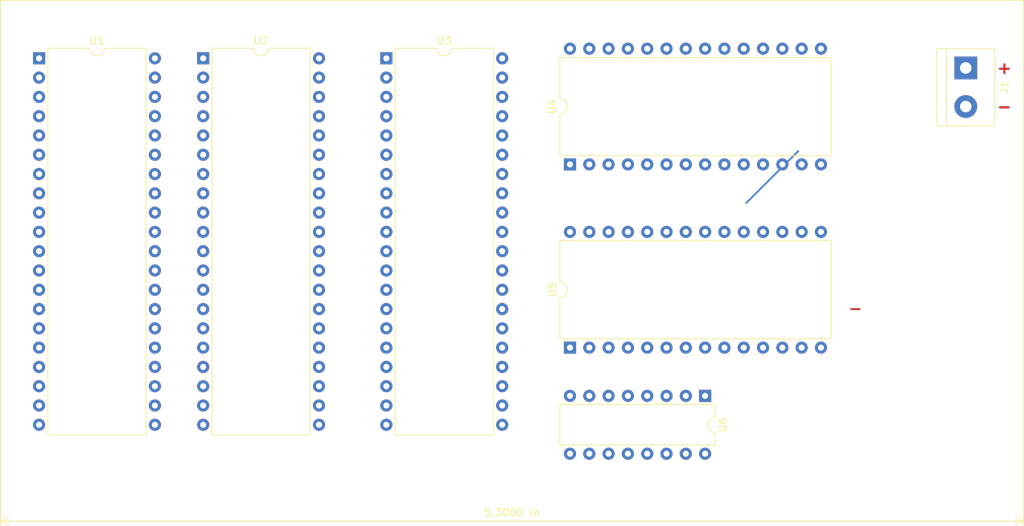
<source format=kicad_pcb>
(kicad_pcb (version 20171130) (host pcbnew 5.1.5-52549c5~84~ubuntu19.10.1)

  (general
    (thickness 1.6)
    (drawings 8)
    (tracks 2)
    (zones 0)
    (modules 7)
    (nets 27)
  )

  (page A4)
  (layers
    (0 F.Cu signal)
    (31 B.Cu signal)
    (32 B.Adhes user)
    (33 F.Adhes user)
    (34 B.Paste user)
    (35 F.Paste user)
    (36 B.SilkS user)
    (37 F.SilkS user)
    (38 B.Mask user)
    (39 F.Mask user)
    (40 Dwgs.User user)
    (41 Cmts.User user)
    (42 Eco1.User user)
    (43 Eco2.User user)
    (44 Edge.Cuts user)
    (45 Margin user)
    (46 B.CrtYd user)
    (47 F.CrtYd user)
    (48 B.Fab user)
    (49 F.Fab user)
  )

  (setup
    (last_trace_width 0.25)
    (trace_clearance 0.2)
    (zone_clearance 0.508)
    (zone_45_only no)
    (trace_min 0.2)
    (via_size 0.8)
    (via_drill 0.4)
    (via_min_size 0.4)
    (via_min_drill 0.3)
    (uvia_size 0.3)
    (uvia_drill 0.1)
    (uvias_allowed no)
    (uvia_min_size 0.2)
    (uvia_min_drill 0.1)
    (edge_width 0.05)
    (segment_width 0.2)
    (pcb_text_width 0.3)
    (pcb_text_size 1.5 1.5)
    (mod_edge_width 0.12)
    (mod_text_size 1 1)
    (mod_text_width 0.15)
    (pad_size 1.524 1.524)
    (pad_drill 0.762)
    (pad_to_mask_clearance 0.051)
    (solder_mask_min_width 0.25)
    (aux_axis_origin 0 0)
    (visible_elements FFFFFF7F)
    (pcbplotparams
      (layerselection 0x010fc_ffffffff)
      (usegerberextensions false)
      (usegerberattributes false)
      (usegerberadvancedattributes false)
      (creategerberjobfile false)
      (excludeedgelayer true)
      (linewidth 0.100000)
      (plotframeref false)
      (viasonmask false)
      (mode 1)
      (useauxorigin false)
      (hpglpennumber 1)
      (hpglpenspeed 20)
      (hpglpendiameter 15.000000)
      (psnegative false)
      (psa4output false)
      (plotreference true)
      (plotvalue true)
      (plotinvisibletext false)
      (padsonsilk false)
      (subtractmaskfromsilk false)
      (outputformat 1)
      (mirror false)
      (drillshape 1)
      (scaleselection 1)
      (outputdirectory ""))
  )

  (net 0 "")
  (net 1 /D0)
  (net 2 /D1)
  (net 3 /D2)
  (net 4 /D3)
  (net 5 /D4)
  (net 6 /D5)
  (net 7 /D6)
  (net 8 /D7)
  (net 9 /A12)
  (net 10 /A11)
  (net 11 /A10)
  (net 12 /A9)
  (net 13 /A8)
  (net 14 /A7)
  (net 15 /A6)
  (net 16 /A5)
  (net 17 /A4)
  (net 18 /A3)
  (net 19 /A2)
  (net 20 /A1)
  (net 21 /A0)
  (net 22 /A14)
  (net 23 /A13)
  (net 24 +5V)
  (net 25 GND)
  (net 26 /Reset)

  (net_class Default "This is the default net class."
    (clearance 0.2)
    (trace_width 0.25)
    (via_dia 0.8)
    (via_drill 0.4)
    (uvia_dia 0.3)
    (uvia_drill 0.1)
    (add_net +5V)
    (add_net /A0)
    (add_net /A1)
    (add_net /A10)
    (add_net /A11)
    (add_net /A12)
    (add_net /A13)
    (add_net /A14)
    (add_net /A15)
    (add_net /A2)
    (add_net /A3)
    (add_net /A4)
    (add_net /A5)
    (add_net /A6)
    (add_net /A7)
    (add_net /A8)
    (add_net /A9)
    (add_net /D0)
    (add_net /D1)
    (add_net /D2)
    (add_net /D3)
    (add_net /D4)
    (add_net /D5)
    (add_net /D6)
    (add_net /D7)
    (add_net /Reset)
    (add_net GND)
    (add_net "Net-(U1-Pad10)")
    (add_net "Net-(U1-Pad11)")
    (add_net "Net-(U1-Pad12)")
    (add_net "Net-(U1-Pad13)")
    (add_net "Net-(U1-Pad14)")
    (add_net "Net-(U1-Pad15)")
    (add_net "Net-(U1-Pad16)")
    (add_net "Net-(U1-Pad17)")
    (add_net "Net-(U1-Pad18)")
    (add_net "Net-(U1-Pad19)")
    (add_net "Net-(U1-Pad2)")
    (add_net "Net-(U1-Pad21)")
    (add_net "Net-(U1-Pad22)")
    (add_net "Net-(U1-Pad23)")
    (add_net "Net-(U1-Pad24)")
    (add_net "Net-(U1-Pad25)")
    (add_net "Net-(U1-Pad3)")
    (add_net "Net-(U1-Pad35)")
    (add_net "Net-(U1-Pad36)")
    (add_net "Net-(U1-Pad37)")
    (add_net "Net-(U1-Pad38)")
    (add_net "Net-(U1-Pad39)")
    (add_net "Net-(U1-Pad4)")
    (add_net "Net-(U1-Pad40)")
    (add_net "Net-(U1-Pad5)")
    (add_net "Net-(U1-Pad6)")
    (add_net "Net-(U1-Pad7)")
    (add_net "Net-(U1-Pad8)")
    (add_net "Net-(U1-Pad9)")
    (add_net "Net-(U2-Pad10)")
    (add_net "Net-(U2-Pad11)")
    (add_net "Net-(U2-Pad12)")
    (add_net "Net-(U2-Pad13)")
    (add_net "Net-(U2-Pad14)")
    (add_net "Net-(U2-Pad15)")
    (add_net "Net-(U2-Pad16)")
    (add_net "Net-(U2-Pad17)")
    (add_net "Net-(U2-Pad18)")
    (add_net "Net-(U2-Pad19)")
    (add_net "Net-(U2-Pad2)")
    (add_net "Net-(U2-Pad21)")
    (add_net "Net-(U2-Pad22)")
    (add_net "Net-(U2-Pad23)")
    (add_net "Net-(U2-Pad24)")
    (add_net "Net-(U2-Pad25)")
    (add_net "Net-(U2-Pad3)")
    (add_net "Net-(U2-Pad35)")
    (add_net "Net-(U2-Pad36)")
    (add_net "Net-(U2-Pad37)")
    (add_net "Net-(U2-Pad38)")
    (add_net "Net-(U2-Pad39)")
    (add_net "Net-(U2-Pad4)")
    (add_net "Net-(U2-Pad40)")
    (add_net "Net-(U2-Pad5)")
    (add_net "Net-(U2-Pad6)")
    (add_net "Net-(U2-Pad7)")
    (add_net "Net-(U2-Pad8)")
    (add_net "Net-(U2-Pad9)")
    (add_net "Net-(U3-Pad2)")
    (add_net "Net-(U3-Pad3)")
    (add_net "Net-(U3-Pad32)")
    (add_net "Net-(U3-Pad33)")
    (add_net "Net-(U3-Pad34)")
    (add_net "Net-(U3-Pad35)")
    (add_net "Net-(U3-Pad36)")
    (add_net "Net-(U3-Pad38)")
    (add_net "Net-(U3-Pad39)")
    (add_net "Net-(U3-Pad4)")
    (add_net "Net-(U3-Pad40)")
    (add_net "Net-(U3-Pad5)")
    (add_net "Net-(U3-Pad6)")
    (add_net "Net-(U4-Pad20)")
    (add_net "Net-(U4-Pad22)")
    (add_net "Net-(U4-Pad27)")
    (add_net "Net-(U5-Pad1)")
    (add_net "Net-(U5-Pad20)")
    (add_net "Net-(U5-Pad22)")
    (add_net "Net-(U6-Pad1)")
    (add_net "Net-(U6-Pad10)")
    (add_net "Net-(U6-Pad11)")
    (add_net "Net-(U6-Pad12)")
    (add_net "Net-(U6-Pad13)")
    (add_net "Net-(U6-Pad14)")
    (add_net "Net-(U6-Pad15)")
    (add_net "Net-(U6-Pad2)")
    (add_net "Net-(U6-Pad3)")
    (add_net "Net-(U6-Pad4)")
    (add_net "Net-(U6-Pad5)")
    (add_net "Net-(U6-Pad6)")
    (add_net "Net-(U6-Pad7)")
    (add_net "Net-(U6-Pad9)")
  )

  (module Package_DIP:DIP-28_W15.24mm (layer F.Cu) (tedit 5A02E8C5) (tstamp 5DEBE178)
    (at 123.19 77.47 90)
    (descr "28-lead though-hole mounted DIP package, row spacing 15.24 mm (600 mils)")
    (tags "THT DIP DIL PDIP 2.54mm 15.24mm 600mil")
    (path /5DEBF046)
    (fp_text reference U5 (at 7.62 -2.33 90) (layer F.SilkS)
      (effects (font (size 1 1) (thickness 0.15)))
    )
    (fp_text value 27256 (at 7.62 35.35 90) (layer F.Fab)
      (effects (font (size 1 1) (thickness 0.15)))
    )
    (fp_text user %R (at 7.62 16.51 90) (layer F.Fab)
      (effects (font (size 1 1) (thickness 0.15)))
    )
    (fp_line (start 16.3 -1.55) (end -1.05 -1.55) (layer F.CrtYd) (width 0.05))
    (fp_line (start 16.3 34.55) (end 16.3 -1.55) (layer F.CrtYd) (width 0.05))
    (fp_line (start -1.05 34.55) (end 16.3 34.55) (layer F.CrtYd) (width 0.05))
    (fp_line (start -1.05 -1.55) (end -1.05 34.55) (layer F.CrtYd) (width 0.05))
    (fp_line (start 14.08 -1.33) (end 8.62 -1.33) (layer F.SilkS) (width 0.12))
    (fp_line (start 14.08 34.35) (end 14.08 -1.33) (layer F.SilkS) (width 0.12))
    (fp_line (start 1.16 34.35) (end 14.08 34.35) (layer F.SilkS) (width 0.12))
    (fp_line (start 1.16 -1.33) (end 1.16 34.35) (layer F.SilkS) (width 0.12))
    (fp_line (start 6.62 -1.33) (end 1.16 -1.33) (layer F.SilkS) (width 0.12))
    (fp_line (start 0.255 -0.27) (end 1.255 -1.27) (layer F.Fab) (width 0.1))
    (fp_line (start 0.255 34.29) (end 0.255 -0.27) (layer F.Fab) (width 0.1))
    (fp_line (start 14.985 34.29) (end 0.255 34.29) (layer F.Fab) (width 0.1))
    (fp_line (start 14.985 -1.27) (end 14.985 34.29) (layer F.Fab) (width 0.1))
    (fp_line (start 1.255 -1.27) (end 14.985 -1.27) (layer F.Fab) (width 0.1))
    (fp_arc (start 7.62 -1.33) (end 6.62 -1.33) (angle -180) (layer F.SilkS) (width 0.12))
    (pad 28 thru_hole oval (at 15.24 0 90) (size 1.6 1.6) (drill 0.8) (layers *.Cu *.Mask)
      (net 24 +5V))
    (pad 14 thru_hole oval (at 0 33.02 90) (size 1.6 1.6) (drill 0.8) (layers *.Cu *.Mask)
      (net 25 GND))
    (pad 27 thru_hole oval (at 15.24 2.54 90) (size 1.6 1.6) (drill 0.8) (layers *.Cu *.Mask)
      (net 22 /A14))
    (pad 13 thru_hole oval (at 0 30.48 90) (size 1.6 1.6) (drill 0.8) (layers *.Cu *.Mask)
      (net 3 /D2))
    (pad 26 thru_hole oval (at 15.24 5.08 90) (size 1.6 1.6) (drill 0.8) (layers *.Cu *.Mask)
      (net 23 /A13))
    (pad 12 thru_hole oval (at 0 27.94 90) (size 1.6 1.6) (drill 0.8) (layers *.Cu *.Mask)
      (net 2 /D1))
    (pad 25 thru_hole oval (at 15.24 7.62 90) (size 1.6 1.6) (drill 0.8) (layers *.Cu *.Mask)
      (net 13 /A8))
    (pad 11 thru_hole oval (at 0 25.4 90) (size 1.6 1.6) (drill 0.8) (layers *.Cu *.Mask)
      (net 1 /D0))
    (pad 24 thru_hole oval (at 15.24 10.16 90) (size 1.6 1.6) (drill 0.8) (layers *.Cu *.Mask)
      (net 12 /A9))
    (pad 10 thru_hole oval (at 0 22.86 90) (size 1.6 1.6) (drill 0.8) (layers *.Cu *.Mask)
      (net 21 /A0))
    (pad 23 thru_hole oval (at 15.24 12.7 90) (size 1.6 1.6) (drill 0.8) (layers *.Cu *.Mask)
      (net 10 /A11))
    (pad 9 thru_hole oval (at 0 20.32 90) (size 1.6 1.6) (drill 0.8) (layers *.Cu *.Mask)
      (net 20 /A1))
    (pad 22 thru_hole oval (at 15.24 15.24 90) (size 1.6 1.6) (drill 0.8) (layers *.Cu *.Mask))
    (pad 8 thru_hole oval (at 0 17.78 90) (size 1.6 1.6) (drill 0.8) (layers *.Cu *.Mask)
      (net 19 /A2))
    (pad 21 thru_hole oval (at 15.24 17.78 90) (size 1.6 1.6) (drill 0.8) (layers *.Cu *.Mask)
      (net 11 /A10))
    (pad 7 thru_hole oval (at 0 15.24 90) (size 1.6 1.6) (drill 0.8) (layers *.Cu *.Mask)
      (net 18 /A3))
    (pad 20 thru_hole oval (at 15.24 20.32 90) (size 1.6 1.6) (drill 0.8) (layers *.Cu *.Mask))
    (pad 6 thru_hole oval (at 0 12.7 90) (size 1.6 1.6) (drill 0.8) (layers *.Cu *.Mask)
      (net 17 /A4))
    (pad 19 thru_hole oval (at 15.24 22.86 90) (size 1.6 1.6) (drill 0.8) (layers *.Cu *.Mask)
      (net 8 /D7))
    (pad 5 thru_hole oval (at 0 10.16 90) (size 1.6 1.6) (drill 0.8) (layers *.Cu *.Mask)
      (net 16 /A5))
    (pad 18 thru_hole oval (at 15.24 25.4 90) (size 1.6 1.6) (drill 0.8) (layers *.Cu *.Mask)
      (net 7 /D6))
    (pad 4 thru_hole oval (at 0 7.62 90) (size 1.6 1.6) (drill 0.8) (layers *.Cu *.Mask)
      (net 15 /A6))
    (pad 17 thru_hole oval (at 15.24 27.94 90) (size 1.6 1.6) (drill 0.8) (layers *.Cu *.Mask)
      (net 6 /D5))
    (pad 3 thru_hole oval (at 0 5.08 90) (size 1.6 1.6) (drill 0.8) (layers *.Cu *.Mask)
      (net 14 /A7))
    (pad 16 thru_hole oval (at 15.24 30.48 90) (size 1.6 1.6) (drill 0.8) (layers *.Cu *.Mask)
      (net 5 /D4))
    (pad 2 thru_hole oval (at 0 2.54 90) (size 1.6 1.6) (drill 0.8) (layers *.Cu *.Mask)
      (net 9 /A12))
    (pad 15 thru_hole oval (at 15.24 33.02 90) (size 1.6 1.6) (drill 0.8) (layers *.Cu *.Mask)
      (net 4 /D3))
    (pad 1 thru_hole rect (at 0 0 90) (size 1.6 1.6) (drill 0.8) (layers *.Cu *.Mask))
    (model ${KISYS3DMOD}/Package_DIP.3dshapes/DIP-28_W15.24mm.wrl
      (at (xyz 0 0 0))
      (scale (xyz 1 1 1))
      (rotate (xyz 0 0 0))
    )
  )

  (module Package_DIP:DIP-28_W15.24mm (layer F.Cu) (tedit 5A02E8C5) (tstamp 5DEBE148)
    (at 123.19 53.34 90)
    (descr "28-lead though-hole mounted DIP package, row spacing 15.24 mm (600 mils)")
    (tags "THT DIP DIL PDIP 2.54mm 15.24mm 600mil")
    (path /5DEBFCD0)
    (fp_text reference U4 (at 7.62 -2.33 90) (layer F.SilkS)
      (effects (font (size 1 1) (thickness 0.15)))
    )
    (fp_text value TC55257PL-12 (at 7.62 35.35 90) (layer F.Fab)
      (effects (font (size 1 1) (thickness 0.15)))
    )
    (fp_text user %R (at 7.62 16.51 90) (layer F.Fab)
      (effects (font (size 1 1) (thickness 0.15)))
    )
    (fp_line (start 16.3 -1.55) (end -1.05 -1.55) (layer F.CrtYd) (width 0.05))
    (fp_line (start 16.3 34.55) (end 16.3 -1.55) (layer F.CrtYd) (width 0.05))
    (fp_line (start -1.05 34.55) (end 16.3 34.55) (layer F.CrtYd) (width 0.05))
    (fp_line (start -1.05 -1.55) (end -1.05 34.55) (layer F.CrtYd) (width 0.05))
    (fp_line (start 14.08 -1.33) (end 8.62 -1.33) (layer F.SilkS) (width 0.12))
    (fp_line (start 14.08 34.35) (end 14.08 -1.33) (layer F.SilkS) (width 0.12))
    (fp_line (start 1.16 34.35) (end 14.08 34.35) (layer F.SilkS) (width 0.12))
    (fp_line (start 1.16 -1.33) (end 1.16 34.35) (layer F.SilkS) (width 0.12))
    (fp_line (start 6.62 -1.33) (end 1.16 -1.33) (layer F.SilkS) (width 0.12))
    (fp_line (start 0.255 -0.27) (end 1.255 -1.27) (layer F.Fab) (width 0.1))
    (fp_line (start 0.255 34.29) (end 0.255 -0.27) (layer F.Fab) (width 0.1))
    (fp_line (start 14.985 34.29) (end 0.255 34.29) (layer F.Fab) (width 0.1))
    (fp_line (start 14.985 -1.27) (end 14.985 34.29) (layer F.Fab) (width 0.1))
    (fp_line (start 1.255 -1.27) (end 14.985 -1.27) (layer F.Fab) (width 0.1))
    (fp_arc (start 7.62 -1.33) (end 6.62 -1.33) (angle -180) (layer F.SilkS) (width 0.12))
    (pad 28 thru_hole oval (at 15.24 0 90) (size 1.6 1.6) (drill 0.8) (layers *.Cu *.Mask)
      (net 24 +5V))
    (pad 14 thru_hole oval (at 0 33.02 90) (size 1.6 1.6) (drill 0.8) (layers *.Cu *.Mask)
      (net 25 GND))
    (pad 27 thru_hole oval (at 15.24 2.54 90) (size 1.6 1.6) (drill 0.8) (layers *.Cu *.Mask))
    (pad 13 thru_hole oval (at 0 30.48 90) (size 1.6 1.6) (drill 0.8) (layers *.Cu *.Mask)
      (net 3 /D2))
    (pad 26 thru_hole oval (at 15.24 5.08 90) (size 1.6 1.6) (drill 0.8) (layers *.Cu *.Mask)
      (net 23 /A13))
    (pad 12 thru_hole oval (at 0 27.94 90) (size 1.6 1.6) (drill 0.8) (layers *.Cu *.Mask)
      (net 2 /D1))
    (pad 25 thru_hole oval (at 15.24 7.62 90) (size 1.6 1.6) (drill 0.8) (layers *.Cu *.Mask)
      (net 13 /A8))
    (pad 11 thru_hole oval (at 0 25.4 90) (size 1.6 1.6) (drill 0.8) (layers *.Cu *.Mask)
      (net 1 /D0))
    (pad 24 thru_hole oval (at 15.24 10.16 90) (size 1.6 1.6) (drill 0.8) (layers *.Cu *.Mask)
      (net 12 /A9))
    (pad 10 thru_hole oval (at 0 22.86 90) (size 1.6 1.6) (drill 0.8) (layers *.Cu *.Mask)
      (net 21 /A0))
    (pad 23 thru_hole oval (at 15.24 12.7 90) (size 1.6 1.6) (drill 0.8) (layers *.Cu *.Mask)
      (net 10 /A11))
    (pad 9 thru_hole oval (at 0 20.32 90) (size 1.6 1.6) (drill 0.8) (layers *.Cu *.Mask)
      (net 20 /A1))
    (pad 22 thru_hole oval (at 15.24 15.24 90) (size 1.6 1.6) (drill 0.8) (layers *.Cu *.Mask))
    (pad 8 thru_hole oval (at 0 17.78 90) (size 1.6 1.6) (drill 0.8) (layers *.Cu *.Mask)
      (net 19 /A2))
    (pad 21 thru_hole oval (at 15.24 17.78 90) (size 1.6 1.6) (drill 0.8) (layers *.Cu *.Mask)
      (net 11 /A10))
    (pad 7 thru_hole oval (at 0 15.24 90) (size 1.6 1.6) (drill 0.8) (layers *.Cu *.Mask)
      (net 18 /A3))
    (pad 20 thru_hole oval (at 15.24 20.32 90) (size 1.6 1.6) (drill 0.8) (layers *.Cu *.Mask))
    (pad 6 thru_hole oval (at 0 12.7 90) (size 1.6 1.6) (drill 0.8) (layers *.Cu *.Mask)
      (net 17 /A4))
    (pad 19 thru_hole oval (at 15.24 22.86 90) (size 1.6 1.6) (drill 0.8) (layers *.Cu *.Mask)
      (net 8 /D7))
    (pad 5 thru_hole oval (at 0 10.16 90) (size 1.6 1.6) (drill 0.8) (layers *.Cu *.Mask)
      (net 16 /A5))
    (pad 18 thru_hole oval (at 15.24 25.4 90) (size 1.6 1.6) (drill 0.8) (layers *.Cu *.Mask)
      (net 7 /D6))
    (pad 4 thru_hole oval (at 0 7.62 90) (size 1.6 1.6) (drill 0.8) (layers *.Cu *.Mask)
      (net 15 /A6))
    (pad 17 thru_hole oval (at 15.24 27.94 90) (size 1.6 1.6) (drill 0.8) (layers *.Cu *.Mask)
      (net 6 /D5))
    (pad 3 thru_hole oval (at 0 5.08 90) (size 1.6 1.6) (drill 0.8) (layers *.Cu *.Mask)
      (net 14 /A7))
    (pad 16 thru_hole oval (at 15.24 30.48 90) (size 1.6 1.6) (drill 0.8) (layers *.Cu *.Mask)
      (net 5 /D4))
    (pad 2 thru_hole oval (at 0 2.54 90) (size 1.6 1.6) (drill 0.8) (layers *.Cu *.Mask)
      (net 9 /A12))
    (pad 15 thru_hole oval (at 15.24 33.02 90) (size 1.6 1.6) (drill 0.8) (layers *.Cu *.Mask)
      (net 4 /D3))
    (pad 1 thru_hole rect (at 0 0 90) (size 1.6 1.6) (drill 0.8) (layers *.Cu *.Mask)
      (net 22 /A14))
    (model ${KISYS3DMOD}/Package_DIP.3dshapes/DIP-28_W15.24mm.wrl
      (at (xyz 0 0 0))
      (scale (xyz 1 1 1))
      (rotate (xyz 0 0 0))
    )
  )

  (module TerminalBlock:TerminalBlock_bornier-2_P5.08mm (layer F.Cu) (tedit 59FF03AB) (tstamp 5DED901B)
    (at 175.26 40.64 270)
    (descr "simple 2-pin terminal block, pitch 5.08mm, revamped version of bornier2")
    (tags "terminal block bornier2")
    (path /5E07743B)
    (fp_text reference J1 (at 2.54 -5.08 90) (layer F.SilkS)
      (effects (font (size 1 1) (thickness 0.15)))
    )
    (fp_text value Screw_Terminal_01x02 (at 2.54 5.08 90) (layer F.Fab)
      (effects (font (size 1 1) (thickness 0.15)))
    )
    (fp_line (start 7.79 4) (end -2.71 4) (layer F.CrtYd) (width 0.05))
    (fp_line (start 7.79 4) (end 7.79 -4) (layer F.CrtYd) (width 0.05))
    (fp_line (start -2.71 -4) (end -2.71 4) (layer F.CrtYd) (width 0.05))
    (fp_line (start -2.71 -4) (end 7.79 -4) (layer F.CrtYd) (width 0.05))
    (fp_line (start -2.54 3.81) (end 7.62 3.81) (layer F.SilkS) (width 0.12))
    (fp_line (start -2.54 -3.81) (end -2.54 3.81) (layer F.SilkS) (width 0.12))
    (fp_line (start 7.62 -3.81) (end -2.54 -3.81) (layer F.SilkS) (width 0.12))
    (fp_line (start 7.62 3.81) (end 7.62 -3.81) (layer F.SilkS) (width 0.12))
    (fp_line (start 7.62 2.54) (end -2.54 2.54) (layer F.SilkS) (width 0.12))
    (fp_line (start 7.54 -3.75) (end -2.46 -3.75) (layer F.Fab) (width 0.1))
    (fp_line (start 7.54 3.75) (end 7.54 -3.75) (layer F.Fab) (width 0.1))
    (fp_line (start -2.46 3.75) (end 7.54 3.75) (layer F.Fab) (width 0.1))
    (fp_line (start -2.46 -3.75) (end -2.46 3.75) (layer F.Fab) (width 0.1))
    (fp_line (start -2.41 2.55) (end 7.49 2.55) (layer F.Fab) (width 0.1))
    (fp_text user %R (at 2.54 0 90) (layer F.Fab)
      (effects (font (size 1 1) (thickness 0.15)))
    )
    (pad 2 thru_hole circle (at 5.08 0 270) (size 3 3) (drill 1.52) (layers *.Cu *.Mask)
      (net 25 GND))
    (pad 1 thru_hole rect (at 0 0 270) (size 3 3) (drill 1.52) (layers *.Cu *.Mask)
      (net 24 +5V))
    (model ${KISYS3DMOD}/TerminalBlock.3dshapes/TerminalBlock_bornier-2_P5.08mm.wrl
      (offset (xyz 2.539999961853027 0 0))
      (scale (xyz 1 1 1))
      (rotate (xyz 0 0 0))
    )
  )

  (module Package_DIP:DIP-40_W15.24mm (layer F.Cu) (tedit 5A02E8C5) (tstamp 5DEBE0DC)
    (at 74.93 39.37)
    (descr "40-lead though-hole mounted DIP package, row spacing 15.24 mm (600 mils)")
    (tags "THT DIP DIL PDIP 2.54mm 15.24mm 600mil")
    (path /5DEBAE78)
    (fp_text reference U2 (at 7.62 -2.33) (layer F.SilkS)
      (effects (font (size 1 1) (thickness 0.15)))
    )
    (fp_text value 6822 (at 7.62 50.59) (layer F.Fab)
      (effects (font (size 1 1) (thickness 0.15)))
    )
    (fp_text user %R (at 7.62 24.13) (layer F.Fab)
      (effects (font (size 1 1) (thickness 0.15)))
    )
    (fp_line (start 16.3 -1.55) (end -1.05 -1.55) (layer F.CrtYd) (width 0.05))
    (fp_line (start 16.3 49.8) (end 16.3 -1.55) (layer F.CrtYd) (width 0.05))
    (fp_line (start -1.05 49.8) (end 16.3 49.8) (layer F.CrtYd) (width 0.05))
    (fp_line (start -1.05 -1.55) (end -1.05 49.8) (layer F.CrtYd) (width 0.05))
    (fp_line (start 14.08 -1.33) (end 8.62 -1.33) (layer F.SilkS) (width 0.12))
    (fp_line (start 14.08 49.59) (end 14.08 -1.33) (layer F.SilkS) (width 0.12))
    (fp_line (start 1.16 49.59) (end 14.08 49.59) (layer F.SilkS) (width 0.12))
    (fp_line (start 1.16 -1.33) (end 1.16 49.59) (layer F.SilkS) (width 0.12))
    (fp_line (start 6.62 -1.33) (end 1.16 -1.33) (layer F.SilkS) (width 0.12))
    (fp_line (start 0.255 -0.27) (end 1.255 -1.27) (layer F.Fab) (width 0.1))
    (fp_line (start 0.255 49.53) (end 0.255 -0.27) (layer F.Fab) (width 0.1))
    (fp_line (start 14.985 49.53) (end 0.255 49.53) (layer F.Fab) (width 0.1))
    (fp_line (start 14.985 -1.27) (end 14.985 49.53) (layer F.Fab) (width 0.1))
    (fp_line (start 1.255 -1.27) (end 14.985 -1.27) (layer F.Fab) (width 0.1))
    (fp_arc (start 7.62 -1.33) (end 6.62 -1.33) (angle -180) (layer F.SilkS) (width 0.12))
    (pad 40 thru_hole oval (at 15.24 0) (size 1.6 1.6) (drill 0.8) (layers *.Cu *.Mask))
    (pad 20 thru_hole oval (at 0 48.26) (size 1.6 1.6) (drill 0.8) (layers *.Cu *.Mask)
      (net 24 +5V))
    (pad 39 thru_hole oval (at 15.24 2.54) (size 1.6 1.6) (drill 0.8) (layers *.Cu *.Mask))
    (pad 19 thru_hole oval (at 0 45.72) (size 1.6 1.6) (drill 0.8) (layers *.Cu *.Mask))
    (pad 38 thru_hole oval (at 15.24 5.08) (size 1.6 1.6) (drill 0.8) (layers *.Cu *.Mask))
    (pad 18 thru_hole oval (at 0 43.18) (size 1.6 1.6) (drill 0.8) (layers *.Cu *.Mask))
    (pad 37 thru_hole oval (at 15.24 7.62) (size 1.6 1.6) (drill 0.8) (layers *.Cu *.Mask))
    (pad 17 thru_hole oval (at 0 40.64) (size 1.6 1.6) (drill 0.8) (layers *.Cu *.Mask))
    (pad 36 thru_hole oval (at 15.24 10.16) (size 1.6 1.6) (drill 0.8) (layers *.Cu *.Mask))
    (pad 16 thru_hole oval (at 0 38.1) (size 1.6 1.6) (drill 0.8) (layers *.Cu *.Mask))
    (pad 35 thru_hole oval (at 15.24 12.7) (size 1.6 1.6) (drill 0.8) (layers *.Cu *.Mask))
    (pad 15 thru_hole oval (at 0 35.56) (size 1.6 1.6) (drill 0.8) (layers *.Cu *.Mask))
    (pad 34 thru_hole oval (at 15.24 15.24) (size 1.6 1.6) (drill 0.8) (layers *.Cu *.Mask)
      (net 26 /Reset))
    (pad 14 thru_hole oval (at 0 33.02) (size 1.6 1.6) (drill 0.8) (layers *.Cu *.Mask))
    (pad 33 thru_hole oval (at 15.24 17.78) (size 1.6 1.6) (drill 0.8) (layers *.Cu *.Mask)
      (net 1 /D0))
    (pad 13 thru_hole oval (at 0 30.48) (size 1.6 1.6) (drill 0.8) (layers *.Cu *.Mask))
    (pad 32 thru_hole oval (at 15.24 20.32) (size 1.6 1.6) (drill 0.8) (layers *.Cu *.Mask)
      (net 2 /D1))
    (pad 12 thru_hole oval (at 0 27.94) (size 1.6 1.6) (drill 0.8) (layers *.Cu *.Mask))
    (pad 31 thru_hole oval (at 15.24 22.86) (size 1.6 1.6) (drill 0.8) (layers *.Cu *.Mask)
      (net 3 /D2))
    (pad 11 thru_hole oval (at 0 25.4) (size 1.6 1.6) (drill 0.8) (layers *.Cu *.Mask))
    (pad 30 thru_hole oval (at 15.24 25.4) (size 1.6 1.6) (drill 0.8) (layers *.Cu *.Mask)
      (net 4 /D3))
    (pad 10 thru_hole oval (at 0 22.86) (size 1.6 1.6) (drill 0.8) (layers *.Cu *.Mask))
    (pad 29 thru_hole oval (at 15.24 27.94) (size 1.6 1.6) (drill 0.8) (layers *.Cu *.Mask)
      (net 5 /D4))
    (pad 9 thru_hole oval (at 0 20.32) (size 1.6 1.6) (drill 0.8) (layers *.Cu *.Mask))
    (pad 28 thru_hole oval (at 15.24 30.48) (size 1.6 1.6) (drill 0.8) (layers *.Cu *.Mask)
      (net 6 /D5))
    (pad 8 thru_hole oval (at 0 17.78) (size 1.6 1.6) (drill 0.8) (layers *.Cu *.Mask))
    (pad 27 thru_hole oval (at 15.24 33.02) (size 1.6 1.6) (drill 0.8) (layers *.Cu *.Mask)
      (net 7 /D6))
    (pad 7 thru_hole oval (at 0 15.24) (size 1.6 1.6) (drill 0.8) (layers *.Cu *.Mask))
    (pad 26 thru_hole oval (at 15.24 35.56) (size 1.6 1.6) (drill 0.8) (layers *.Cu *.Mask)
      (net 8 /D7))
    (pad 6 thru_hole oval (at 0 12.7) (size 1.6 1.6) (drill 0.8) (layers *.Cu *.Mask))
    (pad 25 thru_hole oval (at 15.24 38.1) (size 1.6 1.6) (drill 0.8) (layers *.Cu *.Mask))
    (pad 5 thru_hole oval (at 0 10.16) (size 1.6 1.6) (drill 0.8) (layers *.Cu *.Mask))
    (pad 24 thru_hole oval (at 15.24 40.64) (size 1.6 1.6) (drill 0.8) (layers *.Cu *.Mask))
    (pad 4 thru_hole oval (at 0 7.62) (size 1.6 1.6) (drill 0.8) (layers *.Cu *.Mask))
    (pad 23 thru_hole oval (at 15.24 43.18) (size 1.6 1.6) (drill 0.8) (layers *.Cu *.Mask))
    (pad 3 thru_hole oval (at 0 5.08) (size 1.6 1.6) (drill 0.8) (layers *.Cu *.Mask))
    (pad 22 thru_hole oval (at 15.24 45.72) (size 1.6 1.6) (drill 0.8) (layers *.Cu *.Mask))
    (pad 2 thru_hole oval (at 0 2.54) (size 1.6 1.6) (drill 0.8) (layers *.Cu *.Mask))
    (pad 21 thru_hole oval (at 15.24 48.26) (size 1.6 1.6) (drill 0.8) (layers *.Cu *.Mask))
    (pad 1 thru_hole rect (at 0 0) (size 1.6 1.6) (drill 0.8) (layers *.Cu *.Mask)
      (net 25 GND))
    (model ${KISYS3DMOD}/Package_DIP.3dshapes/DIP-40_W15.24mm.wrl
      (at (xyz 0 0 0))
      (scale (xyz 1 1 1))
      (rotate (xyz 0 0 0))
    )
  )

  (module Package_DIP:DIP-16_W7.62mm (layer F.Cu) (tedit 5A02E8C5) (tstamp 5DED522F)
    (at 140.97 83.82 270)
    (descr "16-lead though-hole mounted DIP package, row spacing 7.62 mm (300 mils)")
    (tags "THT DIP DIL PDIP 2.54mm 7.62mm 300mil")
    (path /5DFDC735)
    (fp_text reference U6 (at 3.81 -2.33 90) (layer F.SilkS)
      (effects (font (size 1 1) (thickness 0.15)))
    )
    (fp_text value DM74S571 (at 3.81 20.11 90) (layer F.Fab)
      (effects (font (size 1 1) (thickness 0.15)))
    )
    (fp_text user %R (at 3.81 8.89 90) (layer F.Fab)
      (effects (font (size 1 1) (thickness 0.15)))
    )
    (fp_line (start 8.7 -1.55) (end -1.1 -1.55) (layer F.CrtYd) (width 0.05))
    (fp_line (start 8.7 19.3) (end 8.7 -1.55) (layer F.CrtYd) (width 0.05))
    (fp_line (start -1.1 19.3) (end 8.7 19.3) (layer F.CrtYd) (width 0.05))
    (fp_line (start -1.1 -1.55) (end -1.1 19.3) (layer F.CrtYd) (width 0.05))
    (fp_line (start 6.46 -1.33) (end 4.81 -1.33) (layer F.SilkS) (width 0.12))
    (fp_line (start 6.46 19.11) (end 6.46 -1.33) (layer F.SilkS) (width 0.12))
    (fp_line (start 1.16 19.11) (end 6.46 19.11) (layer F.SilkS) (width 0.12))
    (fp_line (start 1.16 -1.33) (end 1.16 19.11) (layer F.SilkS) (width 0.12))
    (fp_line (start 2.81 -1.33) (end 1.16 -1.33) (layer F.SilkS) (width 0.12))
    (fp_line (start 0.635 -0.27) (end 1.635 -1.27) (layer F.Fab) (width 0.1))
    (fp_line (start 0.635 19.05) (end 0.635 -0.27) (layer F.Fab) (width 0.1))
    (fp_line (start 6.985 19.05) (end 0.635 19.05) (layer F.Fab) (width 0.1))
    (fp_line (start 6.985 -1.27) (end 6.985 19.05) (layer F.Fab) (width 0.1))
    (fp_line (start 1.635 -1.27) (end 6.985 -1.27) (layer F.Fab) (width 0.1))
    (fp_arc (start 3.81 -1.33) (end 2.81 -1.33) (angle -180) (layer F.SilkS) (width 0.12))
    (pad 16 thru_hole oval (at 7.62 0 270) (size 1.6 1.6) (drill 0.8) (layers *.Cu *.Mask)
      (net 24 +5V))
    (pad 8 thru_hole oval (at 0 17.78 270) (size 1.6 1.6) (drill 0.8) (layers *.Cu *.Mask)
      (net 25 GND))
    (pad 15 thru_hole oval (at 7.62 2.54 270) (size 1.6 1.6) (drill 0.8) (layers *.Cu *.Mask))
    (pad 7 thru_hole oval (at 0 15.24 270) (size 1.6 1.6) (drill 0.8) (layers *.Cu *.Mask))
    (pad 14 thru_hole oval (at 7.62 5.08 270) (size 1.6 1.6) (drill 0.8) (layers *.Cu *.Mask))
    (pad 6 thru_hole oval (at 0 12.7 270) (size 1.6 1.6) (drill 0.8) (layers *.Cu *.Mask))
    (pad 13 thru_hole oval (at 7.62 7.62 270) (size 1.6 1.6) (drill 0.8) (layers *.Cu *.Mask))
    (pad 5 thru_hole oval (at 0 10.16 270) (size 1.6 1.6) (drill 0.8) (layers *.Cu *.Mask))
    (pad 12 thru_hole oval (at 7.62 10.16 270) (size 1.6 1.6) (drill 0.8) (layers *.Cu *.Mask))
    (pad 4 thru_hole oval (at 0 7.62 270) (size 1.6 1.6) (drill 0.8) (layers *.Cu *.Mask))
    (pad 11 thru_hole oval (at 7.62 12.7 270) (size 1.6 1.6) (drill 0.8) (layers *.Cu *.Mask))
    (pad 3 thru_hole oval (at 0 5.08 270) (size 1.6 1.6) (drill 0.8) (layers *.Cu *.Mask))
    (pad 10 thru_hole oval (at 7.62 15.24 270) (size 1.6 1.6) (drill 0.8) (layers *.Cu *.Mask))
    (pad 2 thru_hole oval (at 0 2.54 270) (size 1.6 1.6) (drill 0.8) (layers *.Cu *.Mask))
    (pad 9 thru_hole oval (at 7.62 17.78 270) (size 1.6 1.6) (drill 0.8) (layers *.Cu *.Mask))
    (pad 1 thru_hole rect (at 0 0 270) (size 1.6 1.6) (drill 0.8) (layers *.Cu *.Mask))
    (model ${KISYS3DMOD}/Package_DIP.3dshapes/DIP-16_W7.62mm.wrl
      (at (xyz 0 0 0))
      (scale (xyz 1 1 1))
      (rotate (xyz 0 0 0))
    )
  )

  (module Package_DIP:DIP-40_W15.24mm (layer F.Cu) (tedit 5A02E8C5) (tstamp 5DEBE118)
    (at 99.03 39.37)
    (descr "40-lead though-hole mounted DIP package, row spacing 15.24 mm (600 mils)")
    (tags "THT DIP DIL PDIP 2.54mm 15.24mm 600mil")
    (path /5DEB9611)
    (fp_text reference U3 (at 7.62 -2.33) (layer F.SilkS)
      (effects (font (size 1 1) (thickness 0.15)))
    )
    (fp_text value MC68A09 (at 7.62 50.59) (layer F.Fab)
      (effects (font (size 1 1) (thickness 0.15)))
    )
    (fp_text user %R (at 7.62 24.13) (layer F.Fab)
      (effects (font (size 1 1) (thickness 0.15)))
    )
    (fp_line (start 16.3 -1.55) (end -1.05 -1.55) (layer F.CrtYd) (width 0.05))
    (fp_line (start 16.3 49.8) (end 16.3 -1.55) (layer F.CrtYd) (width 0.05))
    (fp_line (start -1.05 49.8) (end 16.3 49.8) (layer F.CrtYd) (width 0.05))
    (fp_line (start -1.05 -1.55) (end -1.05 49.8) (layer F.CrtYd) (width 0.05))
    (fp_line (start 14.08 -1.33) (end 8.62 -1.33) (layer F.SilkS) (width 0.12))
    (fp_line (start 14.08 49.59) (end 14.08 -1.33) (layer F.SilkS) (width 0.12))
    (fp_line (start 1.16 49.59) (end 14.08 49.59) (layer F.SilkS) (width 0.12))
    (fp_line (start 1.16 -1.33) (end 1.16 49.59) (layer F.SilkS) (width 0.12))
    (fp_line (start 6.62 -1.33) (end 1.16 -1.33) (layer F.SilkS) (width 0.12))
    (fp_line (start 0.255 -0.27) (end 1.255 -1.27) (layer F.Fab) (width 0.1))
    (fp_line (start 0.255 49.53) (end 0.255 -0.27) (layer F.Fab) (width 0.1))
    (fp_line (start 14.985 49.53) (end 0.255 49.53) (layer F.Fab) (width 0.1))
    (fp_line (start 14.985 -1.27) (end 14.985 49.53) (layer F.Fab) (width 0.1))
    (fp_line (start 1.255 -1.27) (end 14.985 -1.27) (layer F.Fab) (width 0.1))
    (fp_arc (start 7.62 -1.33) (end 6.62 -1.33) (angle -180) (layer F.SilkS) (width 0.12))
    (pad 40 thru_hole oval (at 15.24 0) (size 1.6 1.6) (drill 0.8) (layers *.Cu *.Mask))
    (pad 20 thru_hole oval (at 0 48.26) (size 1.6 1.6) (drill 0.8) (layers *.Cu *.Mask)
      (net 9 /A12))
    (pad 39 thru_hole oval (at 15.24 2.54) (size 1.6 1.6) (drill 0.8) (layers *.Cu *.Mask))
    (pad 19 thru_hole oval (at 0 45.72) (size 1.6 1.6) (drill 0.8) (layers *.Cu *.Mask)
      (net 10 /A11))
    (pad 38 thru_hole oval (at 15.24 5.08) (size 1.6 1.6) (drill 0.8) (layers *.Cu *.Mask))
    (pad 18 thru_hole oval (at 0 43.18) (size 1.6 1.6) (drill 0.8) (layers *.Cu *.Mask)
      (net 11 /A10))
    (pad 37 thru_hole oval (at 15.24 7.62) (size 1.6 1.6) (drill 0.8) (layers *.Cu *.Mask)
      (net 26 /Reset))
    (pad 17 thru_hole oval (at 0 40.64) (size 1.6 1.6) (drill 0.8) (layers *.Cu *.Mask)
      (net 12 /A9))
    (pad 36 thru_hole oval (at 15.24 10.16) (size 1.6 1.6) (drill 0.8) (layers *.Cu *.Mask))
    (pad 16 thru_hole oval (at 0 38.1) (size 1.6 1.6) (drill 0.8) (layers *.Cu *.Mask)
      (net 13 /A8))
    (pad 35 thru_hole oval (at 15.24 12.7) (size 1.6 1.6) (drill 0.8) (layers *.Cu *.Mask))
    (pad 15 thru_hole oval (at 0 35.56) (size 1.6 1.6) (drill 0.8) (layers *.Cu *.Mask)
      (net 14 /A7))
    (pad 34 thru_hole oval (at 15.24 15.24) (size 1.6 1.6) (drill 0.8) (layers *.Cu *.Mask))
    (pad 14 thru_hole oval (at 0 33.02) (size 1.6 1.6) (drill 0.8) (layers *.Cu *.Mask)
      (net 15 /A6))
    (pad 33 thru_hole oval (at 15.24 17.78) (size 1.6 1.6) (drill 0.8) (layers *.Cu *.Mask))
    (pad 13 thru_hole oval (at 0 30.48) (size 1.6 1.6) (drill 0.8) (layers *.Cu *.Mask)
      (net 16 /A5))
    (pad 32 thru_hole oval (at 15.24 20.32) (size 1.6 1.6) (drill 0.8) (layers *.Cu *.Mask))
    (pad 12 thru_hole oval (at 0 27.94) (size 1.6 1.6) (drill 0.8) (layers *.Cu *.Mask)
      (net 17 /A4))
    (pad 31 thru_hole oval (at 15.24 22.86) (size 1.6 1.6) (drill 0.8) (layers *.Cu *.Mask)
      (net 1 /D0))
    (pad 11 thru_hole oval (at 0 25.4) (size 1.6 1.6) (drill 0.8) (layers *.Cu *.Mask)
      (net 18 /A3))
    (pad 30 thru_hole oval (at 15.24 25.4) (size 1.6 1.6) (drill 0.8) (layers *.Cu *.Mask)
      (net 2 /D1))
    (pad 10 thru_hole oval (at 0 22.86) (size 1.6 1.6) (drill 0.8) (layers *.Cu *.Mask)
      (net 19 /A2))
    (pad 29 thru_hole oval (at 15.24 27.94) (size 1.6 1.6) (drill 0.8) (layers *.Cu *.Mask)
      (net 3 /D2))
    (pad 9 thru_hole oval (at 0 20.32) (size 1.6 1.6) (drill 0.8) (layers *.Cu *.Mask)
      (net 20 /A1))
    (pad 28 thru_hole oval (at 15.24 30.48) (size 1.6 1.6) (drill 0.8) (layers *.Cu *.Mask)
      (net 4 /D3))
    (pad 8 thru_hole oval (at 0 17.78) (size 1.6 1.6) (drill 0.8) (layers *.Cu *.Mask)
      (net 21 /A0))
    (pad 27 thru_hole oval (at 15.24 33.02) (size 1.6 1.6) (drill 0.8) (layers *.Cu *.Mask)
      (net 5 /D4))
    (pad 7 thru_hole oval (at 0 15.24) (size 1.6 1.6) (drill 0.8) (layers *.Cu *.Mask)
      (net 24 +5V))
    (pad 26 thru_hole oval (at 15.24 35.56) (size 1.6 1.6) (drill 0.8) (layers *.Cu *.Mask)
      (net 6 /D5))
    (pad 6 thru_hole oval (at 0 12.7) (size 1.6 1.6) (drill 0.8) (layers *.Cu *.Mask))
    (pad 25 thru_hole oval (at 15.24 38.1) (size 1.6 1.6) (drill 0.8) (layers *.Cu *.Mask)
      (net 7 /D6))
    (pad 5 thru_hole oval (at 0 10.16) (size 1.6 1.6) (drill 0.8) (layers *.Cu *.Mask))
    (pad 24 thru_hole oval (at 15.24 40.64) (size 1.6 1.6) (drill 0.8) (layers *.Cu *.Mask)
      (net 8 /D7))
    (pad 4 thru_hole oval (at 0 7.62) (size 1.6 1.6) (drill 0.8) (layers *.Cu *.Mask))
    (pad 23 thru_hole oval (at 15.24 43.18) (size 1.6 1.6) (drill 0.8) (layers *.Cu *.Mask))
    (pad 3 thru_hole oval (at 0 5.08) (size 1.6 1.6) (drill 0.8) (layers *.Cu *.Mask))
    (pad 22 thru_hole oval (at 15.24 45.72) (size 1.6 1.6) (drill 0.8) (layers *.Cu *.Mask)
      (net 22 /A14))
    (pad 2 thru_hole oval (at 0 2.54) (size 1.6 1.6) (drill 0.8) (layers *.Cu *.Mask))
    (pad 21 thru_hole oval (at 15.24 48.26) (size 1.6 1.6) (drill 0.8) (layers *.Cu *.Mask)
      (net 23 /A13))
    (pad 1 thru_hole rect (at 0 0) (size 1.6 1.6) (drill 0.8) (layers *.Cu *.Mask)
      (net 25 GND))
    (model ${KISYS3DMOD}/Package_DIP.3dshapes/DIP-40_W15.24mm.wrl
      (at (xyz 0 0 0))
      (scale (xyz 1 1 1))
      (rotate (xyz 0 0 0))
    )
  )

  (module Package_DIP:DIP-40_W15.24mm (layer F.Cu) (tedit 5A02E8C5) (tstamp 5DEBE0A0)
    (at 53.34 39.37)
    (descr "40-lead though-hole mounted DIP package, row spacing 15.24 mm (600 mils)")
    (tags "THT DIP DIL PDIP 2.54mm 15.24mm 600mil")
    (path /5DEB9E5F)
    (fp_text reference U1 (at 7.62 -2.33) (layer F.SilkS)
      (effects (font (size 1 1) (thickness 0.15)))
    )
    (fp_text value 6822 (at 7.62 50.59) (layer F.Fab)
      (effects (font (size 1 1) (thickness 0.15)))
    )
    (fp_text user %R (at 7.62 24.13) (layer F.Fab)
      (effects (font (size 1 1) (thickness 0.15)))
    )
    (fp_line (start 16.3 -1.55) (end -1.05 -1.55) (layer F.CrtYd) (width 0.05))
    (fp_line (start 16.3 49.8) (end 16.3 -1.55) (layer F.CrtYd) (width 0.05))
    (fp_line (start -1.05 49.8) (end 16.3 49.8) (layer F.CrtYd) (width 0.05))
    (fp_line (start -1.05 -1.55) (end -1.05 49.8) (layer F.CrtYd) (width 0.05))
    (fp_line (start 14.08 -1.33) (end 8.62 -1.33) (layer F.SilkS) (width 0.12))
    (fp_line (start 14.08 49.59) (end 14.08 -1.33) (layer F.SilkS) (width 0.12))
    (fp_line (start 1.16 49.59) (end 14.08 49.59) (layer F.SilkS) (width 0.12))
    (fp_line (start 1.16 -1.33) (end 1.16 49.59) (layer F.SilkS) (width 0.12))
    (fp_line (start 6.62 -1.33) (end 1.16 -1.33) (layer F.SilkS) (width 0.12))
    (fp_line (start 0.255 -0.27) (end 1.255 -1.27) (layer F.Fab) (width 0.1))
    (fp_line (start 0.255 49.53) (end 0.255 -0.27) (layer F.Fab) (width 0.1))
    (fp_line (start 14.985 49.53) (end 0.255 49.53) (layer F.Fab) (width 0.1))
    (fp_line (start 14.985 -1.27) (end 14.985 49.53) (layer F.Fab) (width 0.1))
    (fp_line (start 1.255 -1.27) (end 14.985 -1.27) (layer F.Fab) (width 0.1))
    (fp_arc (start 7.62 -1.33) (end 6.62 -1.33) (angle -180) (layer F.SilkS) (width 0.12))
    (pad 40 thru_hole oval (at 15.24 0) (size 1.6 1.6) (drill 0.8) (layers *.Cu *.Mask))
    (pad 20 thru_hole oval (at 0 48.26) (size 1.6 1.6) (drill 0.8) (layers *.Cu *.Mask)
      (net 24 +5V))
    (pad 39 thru_hole oval (at 15.24 2.54) (size 1.6 1.6) (drill 0.8) (layers *.Cu *.Mask))
    (pad 19 thru_hole oval (at 0 45.72) (size 1.6 1.6) (drill 0.8) (layers *.Cu *.Mask))
    (pad 38 thru_hole oval (at 15.24 5.08) (size 1.6 1.6) (drill 0.8) (layers *.Cu *.Mask))
    (pad 18 thru_hole oval (at 0 43.18) (size 1.6 1.6) (drill 0.8) (layers *.Cu *.Mask))
    (pad 37 thru_hole oval (at 15.24 7.62) (size 1.6 1.6) (drill 0.8) (layers *.Cu *.Mask))
    (pad 17 thru_hole oval (at 0 40.64) (size 1.6 1.6) (drill 0.8) (layers *.Cu *.Mask))
    (pad 36 thru_hole oval (at 15.24 10.16) (size 1.6 1.6) (drill 0.8) (layers *.Cu *.Mask))
    (pad 16 thru_hole oval (at 0 38.1) (size 1.6 1.6) (drill 0.8) (layers *.Cu *.Mask))
    (pad 35 thru_hole oval (at 15.24 12.7) (size 1.6 1.6) (drill 0.8) (layers *.Cu *.Mask))
    (pad 15 thru_hole oval (at 0 35.56) (size 1.6 1.6) (drill 0.8) (layers *.Cu *.Mask))
    (pad 34 thru_hole oval (at 15.24 15.24) (size 1.6 1.6) (drill 0.8) (layers *.Cu *.Mask)
      (net 26 /Reset))
    (pad 14 thru_hole oval (at 0 33.02) (size 1.6 1.6) (drill 0.8) (layers *.Cu *.Mask))
    (pad 33 thru_hole oval (at 15.24 17.78) (size 1.6 1.6) (drill 0.8) (layers *.Cu *.Mask)
      (net 1 /D0))
    (pad 13 thru_hole oval (at 0 30.48) (size 1.6 1.6) (drill 0.8) (layers *.Cu *.Mask))
    (pad 32 thru_hole oval (at 15.24 20.32) (size 1.6 1.6) (drill 0.8) (layers *.Cu *.Mask)
      (net 2 /D1))
    (pad 12 thru_hole oval (at 0 27.94) (size 1.6 1.6) (drill 0.8) (layers *.Cu *.Mask))
    (pad 31 thru_hole oval (at 15.24 22.86) (size 1.6 1.6) (drill 0.8) (layers *.Cu *.Mask)
      (net 3 /D2))
    (pad 11 thru_hole oval (at 0 25.4) (size 1.6 1.6) (drill 0.8) (layers *.Cu *.Mask))
    (pad 30 thru_hole oval (at 15.24 25.4) (size 1.6 1.6) (drill 0.8) (layers *.Cu *.Mask)
      (net 4 /D3))
    (pad 10 thru_hole oval (at 0 22.86) (size 1.6 1.6) (drill 0.8) (layers *.Cu *.Mask))
    (pad 29 thru_hole oval (at 15.24 27.94) (size 1.6 1.6) (drill 0.8) (layers *.Cu *.Mask)
      (net 5 /D4))
    (pad 9 thru_hole oval (at 0 20.32) (size 1.6 1.6) (drill 0.8) (layers *.Cu *.Mask))
    (pad 28 thru_hole oval (at 15.24 30.48) (size 1.6 1.6) (drill 0.8) (layers *.Cu *.Mask)
      (net 6 /D5))
    (pad 8 thru_hole oval (at 0 17.78) (size 1.6 1.6) (drill 0.8) (layers *.Cu *.Mask))
    (pad 27 thru_hole oval (at 15.24 33.02) (size 1.6 1.6) (drill 0.8) (layers *.Cu *.Mask)
      (net 7 /D6))
    (pad 7 thru_hole oval (at 0 15.24) (size 1.6 1.6) (drill 0.8) (layers *.Cu *.Mask))
    (pad 26 thru_hole oval (at 15.24 35.56) (size 1.6 1.6) (drill 0.8) (layers *.Cu *.Mask)
      (net 8 /D7))
    (pad 6 thru_hole oval (at 0 12.7) (size 1.6 1.6) (drill 0.8) (layers *.Cu *.Mask))
    (pad 25 thru_hole oval (at 15.24 38.1) (size 1.6 1.6) (drill 0.8) (layers *.Cu *.Mask))
    (pad 5 thru_hole oval (at 0 10.16) (size 1.6 1.6) (drill 0.8) (layers *.Cu *.Mask))
    (pad 24 thru_hole oval (at 15.24 40.64) (size 1.6 1.6) (drill 0.8) (layers *.Cu *.Mask))
    (pad 4 thru_hole oval (at 0 7.62) (size 1.6 1.6) (drill 0.8) (layers *.Cu *.Mask))
    (pad 23 thru_hole oval (at 15.24 43.18) (size 1.6 1.6) (drill 0.8) (layers *.Cu *.Mask))
    (pad 3 thru_hole oval (at 0 5.08) (size 1.6 1.6) (drill 0.8) (layers *.Cu *.Mask))
    (pad 22 thru_hole oval (at 15.24 45.72) (size 1.6 1.6) (drill 0.8) (layers *.Cu *.Mask))
    (pad 2 thru_hole oval (at 0 2.54) (size 1.6 1.6) (drill 0.8) (layers *.Cu *.Mask))
    (pad 21 thru_hole oval (at 15.24 48.26) (size 1.6 1.6) (drill 0.8) (layers *.Cu *.Mask))
    (pad 1 thru_hole rect (at 0 0) (size 1.6 1.6) (drill 0.8) (layers *.Cu *.Mask)
      (net 25 GND))
    (model ${KISYS3DMOD}/Package_DIP.3dshapes/DIP-40_W15.24mm.wrl
      (at (xyz 0 0 0))
      (scale (xyz 1 1 1))
      (rotate (xyz 0 0 0))
    )
  )

  (dimension 134.62 (width 0.12) (layer F.SilkS)
    (gr_text "134,620 mm" (at 115.57 101.6) (layer F.SilkS) (tstamp 5DEDA9D2)
      (effects (font (size 1 1) (thickness 0.15)))
    )
    (feature1 (pts (xy 182.88 31.75) (xy 182.88 100.916421)))
    (feature2 (pts (xy 48.26 31.75) (xy 48.26 100.916421)))
    (crossbar (pts (xy 48.26 100.33) (xy 182.88 100.33)))
    (arrow1a (pts (xy 182.88 100.33) (xy 181.753496 100.916421)))
    (arrow1b (pts (xy 182.88 100.33) (xy 181.753496 99.743579)))
    (arrow2a (pts (xy 48.26 100.33) (xy 49.386504 100.916421)))
    (arrow2b (pts (xy 48.26 100.33) (xy 49.386504 99.743579)))
  )
  (gr_text - (at 180.34 45.72) (layer F.Cu)
    (effects (font (size 1.5 1.5) (thickness 0.3)))
  )
  (gr_text + (at 180.34 40.64) (layer F.Cu)
    (effects (font (size 1.5 1.5) (thickness 0.3)))
  )
  (gr_line (start 48.26 31.75) (end 49.53 31.75) (layer F.SilkS) (width 0.12) (tstamp 5DED48AA))
  (gr_line (start 48.26 100.33) (end 48.26 31.75) (layer F.SilkS) (width 0.12))
  (gr_line (start 182.88 100.33) (end 48.26 100.33) (layer F.SilkS) (width 0.12))
  (gr_line (start 182.88 31.75) (end 182.88 100.33) (layer F.SilkS) (width 0.12))
  (gr_line (start 49.53 31.75) (end 182.88 31.75) (layer F.SilkS) (width 0.12))

  (segment (start 161.29 72.39) (end 160.1647 72.39) (width 0.25) (layer F.Cu) (net 4))
  (segment (start 146.3775 58.42) (end 153.2003 51.5972) (width 0.25) (layer B.Cu) (net 22))

)

</source>
